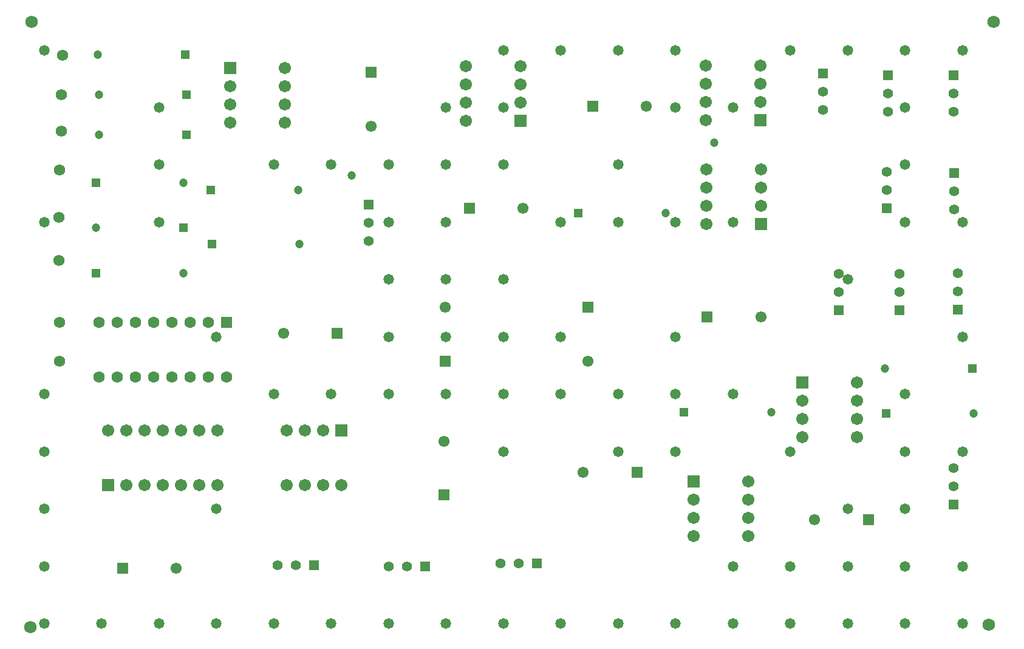
<source format=gts>
G04*
G04 #@! TF.GenerationSoftware,Altium Limited,Altium Designer,22.7.1 (60)*
G04*
G04 Layer_Color=8388736*
%FSLAX25Y25*%
%MOIN*%
G70*
G04*
G04 #@! TF.SameCoordinates,62B07443-8612-450D-B8CB-4F7C4A51FEE5*
G04*
G04*
G04 #@! TF.FilePolarity,Negative*
G04*
G01*
G75*
%ADD16C,0.06800*%
%ADD17R,0.06102X0.06102*%
%ADD18C,0.06102*%
%ADD19C,0.06181*%
%ADD20R,0.04724X0.04724*%
%ADD21C,0.04724*%
%ADD22R,0.06102X0.06102*%
%ADD23R,0.06706X0.06706*%
%ADD24C,0.06706*%
%ADD25R,0.05595X0.05595*%
%ADD26C,0.05595*%
%ADD27R,0.05595X0.05595*%
%ADD28R,0.06706X0.06706*%
%ADD29C,0.06312*%
%ADD30R,0.06312X0.06312*%
%ADD31C,0.05800*%
%ADD32C,0.04737*%
D16*
X12000Y342500D02*
D03*
X540000D02*
D03*
X537500Y11500D02*
D03*
X11500Y10000D02*
D03*
D17*
X471264Y69000D02*
D03*
X252236Y240000D02*
D03*
X319972Y296000D02*
D03*
X382736Y180500D02*
D03*
X179764Y171500D02*
D03*
X61972Y42500D02*
D03*
X344264Y95000D02*
D03*
D18*
X441736Y69000D02*
D03*
X198500Y285236D02*
D03*
X281764Y240000D02*
D03*
X349500Y296000D02*
D03*
X317500Y156236D02*
D03*
X412264Y180500D02*
D03*
X239000Y185764D02*
D03*
X150236Y171500D02*
D03*
X238500Y112264D02*
D03*
X91500Y42500D02*
D03*
X314736Y95000D02*
D03*
D19*
X27500Y156000D02*
D03*
Y177500D02*
D03*
X27000Y235000D02*
D03*
Y211500D02*
D03*
X27500Y261000D02*
D03*
X28500Y282500D02*
D03*
Y302500D02*
D03*
X29000Y324000D02*
D03*
D20*
X96476Y324500D02*
D03*
X111000Y220500D02*
D03*
X96976Y280500D02*
D03*
X95500Y229500D02*
D03*
X110524Y250000D02*
D03*
X47524Y204500D02*
D03*
Y254000D02*
D03*
X312024Y237500D02*
D03*
X370000Y128000D02*
D03*
X96976Y302500D02*
D03*
X528476Y152000D02*
D03*
X481024Y127500D02*
D03*
D21*
X48524Y324500D02*
D03*
X158953Y220500D02*
D03*
X49024Y280500D02*
D03*
X47547Y229500D02*
D03*
X158476Y250000D02*
D03*
X95476Y204500D02*
D03*
Y254000D02*
D03*
X359976Y237500D02*
D03*
X417953Y128000D02*
D03*
X49024Y302500D02*
D03*
X480524Y152000D02*
D03*
X528976Y127500D02*
D03*
D22*
X198500Y314764D02*
D03*
X317500Y185764D02*
D03*
X239000Y156236D02*
D03*
X238500Y82736D02*
D03*
D23*
X121000Y317000D02*
D03*
X412000Y288500D02*
D03*
X280500Y288000D02*
D03*
X412500Y231500D02*
D03*
X375500Y90000D02*
D03*
X435000Y144500D02*
D03*
D24*
X121000Y307000D02*
D03*
Y297000D02*
D03*
Y287000D02*
D03*
X151000Y317000D02*
D03*
Y307000D02*
D03*
Y297000D02*
D03*
Y287000D02*
D03*
X412000Y298500D02*
D03*
Y308500D02*
D03*
Y318500D02*
D03*
X382000Y288500D02*
D03*
Y298500D02*
D03*
Y308500D02*
D03*
Y318500D02*
D03*
X280500Y298000D02*
D03*
Y308000D02*
D03*
Y318000D02*
D03*
X250500Y288000D02*
D03*
Y298000D02*
D03*
Y308000D02*
D03*
Y318000D02*
D03*
X412500Y241500D02*
D03*
Y251500D02*
D03*
Y261500D02*
D03*
X382500Y231500D02*
D03*
Y241500D02*
D03*
Y251500D02*
D03*
Y261500D02*
D03*
X64000Y88000D02*
D03*
X74000D02*
D03*
X84000D02*
D03*
X94000D02*
D03*
X104000D02*
D03*
X114000D02*
D03*
X54000Y118000D02*
D03*
X64000D02*
D03*
X74000D02*
D03*
X84000D02*
D03*
X94000D02*
D03*
X104000D02*
D03*
X114000D02*
D03*
X375500Y80000D02*
D03*
Y70000D02*
D03*
Y60000D02*
D03*
X405500Y90000D02*
D03*
Y80000D02*
D03*
Y70000D02*
D03*
Y60000D02*
D03*
X172000Y118000D02*
D03*
X162000D02*
D03*
X152000D02*
D03*
X182000Y88000D02*
D03*
X172000D02*
D03*
X162000D02*
D03*
X152000D02*
D03*
X435000Y134500D02*
D03*
Y124500D02*
D03*
Y114500D02*
D03*
X465000Y144500D02*
D03*
Y134500D02*
D03*
Y124500D02*
D03*
Y114500D02*
D03*
D25*
X482000Y313000D02*
D03*
X197000Y242000D02*
D03*
X446500Y314000D02*
D03*
X518000Y313000D02*
D03*
X481500Y240000D02*
D03*
X518500Y259500D02*
D03*
X488500Y184000D02*
D03*
X455000D02*
D03*
X520500Y184500D02*
D03*
X518000Y77500D02*
D03*
D26*
X482000Y303000D02*
D03*
Y293000D02*
D03*
X197000Y232000D02*
D03*
Y222000D02*
D03*
X446500Y304000D02*
D03*
Y294000D02*
D03*
X518000Y303000D02*
D03*
Y293000D02*
D03*
X481500Y250000D02*
D03*
Y260000D02*
D03*
X518500Y249500D02*
D03*
Y239500D02*
D03*
X488500Y194000D02*
D03*
Y204000D02*
D03*
X455000Y194000D02*
D03*
Y204000D02*
D03*
X520500Y194500D02*
D03*
Y204500D02*
D03*
X279500Y45000D02*
D03*
X269500D02*
D03*
X518000Y87500D02*
D03*
Y97500D02*
D03*
X218000Y43500D02*
D03*
X208000D02*
D03*
X157000Y44000D02*
D03*
X147000D02*
D03*
D27*
X289500Y45000D02*
D03*
X228000Y43500D02*
D03*
X167000Y44000D02*
D03*
D28*
X54000Y88000D02*
D03*
X182000Y118000D02*
D03*
D29*
X49000Y147500D02*
D03*
X59000D02*
D03*
X69000D02*
D03*
X79000D02*
D03*
X89000D02*
D03*
X99000D02*
D03*
X109000D02*
D03*
X119000D02*
D03*
X49000Y177500D02*
D03*
X59000D02*
D03*
X69000D02*
D03*
X79000D02*
D03*
X89000D02*
D03*
X99000D02*
D03*
X109000D02*
D03*
D30*
X119000D02*
D03*
D31*
X522921Y326941D02*
D03*
Y232453D02*
D03*
Y169461D02*
D03*
Y106468D02*
D03*
Y43476D02*
D03*
Y11980D02*
D03*
X491425Y326941D02*
D03*
Y295445D02*
D03*
Y263949D02*
D03*
Y232453D02*
D03*
Y137964D02*
D03*
Y106468D02*
D03*
Y74972D02*
D03*
Y43476D02*
D03*
Y11980D02*
D03*
X459929Y326941D02*
D03*
Y200957D02*
D03*
Y74972D02*
D03*
Y43476D02*
D03*
Y11980D02*
D03*
X428433Y326941D02*
D03*
Y106468D02*
D03*
Y43476D02*
D03*
Y11980D02*
D03*
X396937Y295445D02*
D03*
Y232453D02*
D03*
Y137964D02*
D03*
Y43476D02*
D03*
Y11980D02*
D03*
X365441Y326941D02*
D03*
Y295445D02*
D03*
Y232453D02*
D03*
Y169461D02*
D03*
Y137964D02*
D03*
Y106468D02*
D03*
Y11980D02*
D03*
X333945Y326941D02*
D03*
Y263949D02*
D03*
Y232453D02*
D03*
Y137964D02*
D03*
Y106468D02*
D03*
Y11980D02*
D03*
X302449Y326941D02*
D03*
Y232453D02*
D03*
Y169461D02*
D03*
Y137964D02*
D03*
Y11980D02*
D03*
X270953Y326941D02*
D03*
Y295445D02*
D03*
Y263949D02*
D03*
Y200957D02*
D03*
Y169461D02*
D03*
Y137964D02*
D03*
Y106468D02*
D03*
Y11980D02*
D03*
X239457Y295445D02*
D03*
Y263949D02*
D03*
Y232453D02*
D03*
Y200957D02*
D03*
Y169461D02*
D03*
Y137964D02*
D03*
Y11980D02*
D03*
X207961Y263949D02*
D03*
Y232453D02*
D03*
Y200957D02*
D03*
Y169461D02*
D03*
Y137964D02*
D03*
Y11980D02*
D03*
X176464Y263949D02*
D03*
Y137964D02*
D03*
Y11980D02*
D03*
X144968Y263949D02*
D03*
Y137964D02*
D03*
Y11980D02*
D03*
X113472Y169461D02*
D03*
Y74972D02*
D03*
Y11980D02*
D03*
X81976Y295445D02*
D03*
Y263949D02*
D03*
Y232453D02*
D03*
Y11980D02*
D03*
X50480D02*
D03*
X18984Y326941D02*
D03*
Y232453D02*
D03*
Y137964D02*
D03*
Y106468D02*
D03*
Y74972D02*
D03*
Y43476D02*
D03*
Y11980D02*
D03*
D32*
X386600Y276000D02*
D03*
X187800Y258000D02*
D03*
M02*

</source>
